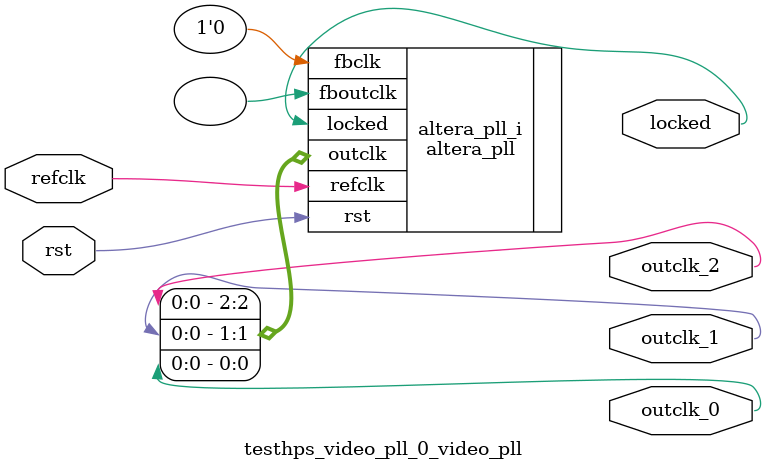
<source format=v>
`timescale 1ns/10ps
module  testhps_video_pll_0_video_pll(

	// interface 'refclk'
	input wire refclk,

	// interface 'reset'
	input wire rst,

	// interface 'outclk0'
	output wire outclk_0,

	// interface 'outclk1'
	output wire outclk_1,

	// interface 'outclk2'
	output wire outclk_2,

	// interface 'locked'
	output wire locked
);

	altera_pll #(
		.fractional_vco_multiplier("false"),
		.reference_clock_frequency("50.0 MHz"),
		.operation_mode("direct"),
		.number_of_clocks(3),
		.output_clock_frequency0("25.000000 MHz"),
		.phase_shift0("0 ps"),
		.duty_cycle0(50),
		.output_clock_frequency1("25.000000 MHz"),
		.phase_shift1("0 ps"),
		.duty_cycle1(50),
		.output_clock_frequency2("33.000000 MHz"),
		.phase_shift2("0 ps"),
		.duty_cycle2(50),
		.output_clock_frequency3("0 MHz"),
		.phase_shift3("0 ps"),
		.duty_cycle3(50),
		.output_clock_frequency4("0 MHz"),
		.phase_shift4("0 ps"),
		.duty_cycle4(50),
		.output_clock_frequency5("0 MHz"),
		.phase_shift5("0 ps"),
		.duty_cycle5(50),
		.output_clock_frequency6("0 MHz"),
		.phase_shift6("0 ps"),
		.duty_cycle6(50),
		.output_clock_frequency7("0 MHz"),
		.phase_shift7("0 ps"),
		.duty_cycle7(50),
		.output_clock_frequency8("0 MHz"),
		.phase_shift8("0 ps"),
		.duty_cycle8(50),
		.output_clock_frequency9("0 MHz"),
		.phase_shift9("0 ps"),
		.duty_cycle9(50),
		.output_clock_frequency10("0 MHz"),
		.phase_shift10("0 ps"),
		.duty_cycle10(50),
		.output_clock_frequency11("0 MHz"),
		.phase_shift11("0 ps"),
		.duty_cycle11(50),
		.output_clock_frequency12("0 MHz"),
		.phase_shift12("0 ps"),
		.duty_cycle12(50),
		.output_clock_frequency13("0 MHz"),
		.phase_shift13("0 ps"),
		.duty_cycle13(50),
		.output_clock_frequency14("0 MHz"),
		.phase_shift14("0 ps"),
		.duty_cycle14(50),
		.output_clock_frequency15("0 MHz"),
		.phase_shift15("0 ps"),
		.duty_cycle15(50),
		.output_clock_frequency16("0 MHz"),
		.phase_shift16("0 ps"),
		.duty_cycle16(50),
		.output_clock_frequency17("0 MHz"),
		.phase_shift17("0 ps"),
		.duty_cycle17(50),
		.pll_type("General"),
		.pll_subtype("General")
	) altera_pll_i (
		.rst	(rst),
		.outclk	({outclk_2, outclk_1, outclk_0}),
		.locked	(locked),
		.fboutclk	( ),
		.fbclk	(1'b0),
		.refclk	(refclk)
	);
endmodule


</source>
